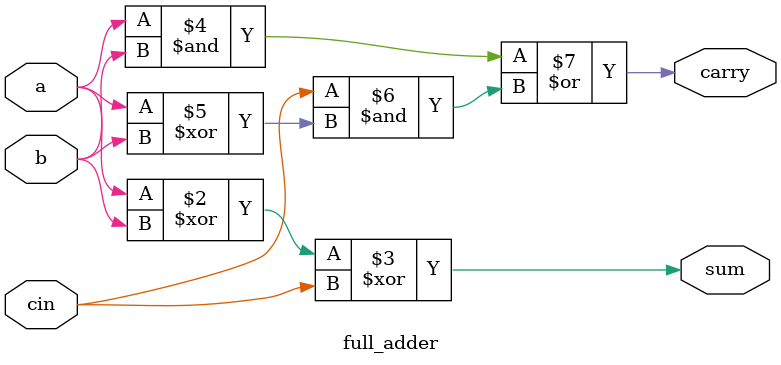
<source format=v>
`timescale 1ns / 1ps


module full_adder(sum,carry,a,b,cin);
input a,b,cin;
output reg sum,carry;

always@(sum,carry,a,b,cin)
begin
     sum=a^b^cin;
     carry=(a&b)|(cin&(a^b));
end
endmodule

</source>
